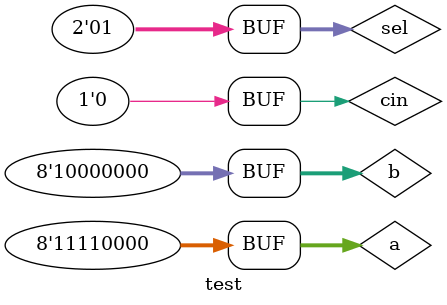
<source format=v>
module test;
  
  
  reg [7:0]a,b;
  reg cin;
  reg [1:0]sel;
  wire [7:0]s;
  wire cout;
  
  
  AluMux mux1(s,cout,cin,a,b,sel);
  
  initial 
  begin
    a=8'b00001111;b=8'b01010101;cin=1'b0;sel=2'b00;
    #50  a=8'b11110000;b=8'b10000000;cin=1'b0;sel=2'b01;
    
    
  end
  
  initial
  $monitor($time,"  a=%b and b=%b and cin=%b and s=%b and cout=%b" ,a,b,cin,s,cout);
  
  
endmodule
</source>
